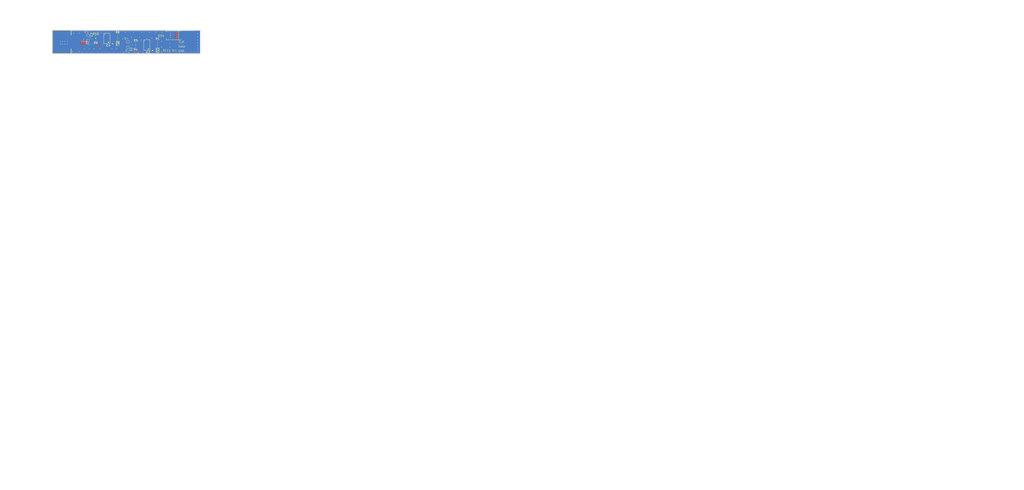
<source format=kicad_pcb>
(kicad_pcb (version 20241229) (generator "pcbnew") (generator_version "9.0")
  (layers (0 "F.Cu" signal) (4 "In1.Cu" power "Ground") (6 "In2.Cu" power "Power") (2 "B.Cu" signal) (13 "F.Paste" user) (15 "B.Paste" user) (5 "F.SilkS" user "F.Silkscreen") (7 "B.SilkS" user "B.Silkscreen") (1 "F.Mask" user) (3 "B.Mask" user) (25 "Edge.Cuts" user))
  (net 0 "")
  (net 1 "/NanoFitData/CLK-")
  (net 2 "/NanoFitData/DATA-")
  (net 3 "GND")
  (net 4 "/NanoFitData/DATA+")
  (net 5 "/NanoFitData/CLK+")
  (net 6 "/NanoFitData/5V")
  (net 9 "Net-(C3-Pad2)")
  (net 10 "Net-(U2-D)")
  (net 11 "/RS485/DOUT")
  (net 12 "Net-(U3-D)")
  (net 13 "/RS486/DOUT")
  (net 14 "Net-(U2-~{RE})")
  (net 15 "Net-(U3-~{RE})")
  (net 16 "Net-(U2-DE)")
  (net 17 "Net-(U3-DE)")
  (net 18 "Net-(C1-Pad2)")
  (footprint "Capacitor_SMD:C_0603_1608Metric" (layer "F.Cu") (at 85.500001 56.5)
    (property "Reference" "C4" (at 2.725 0 0) (layer "F.SilkS"))
    (property "Value" "100nF")
    (fp_line (start -0.14058 -0.51) (end 0.14058 -0.51) (stroke (width 0.12)) (layer "F.SilkS"))
    (fp_line (start -0.14058 0.51) (end 0.14058 0.51) (stroke (width 0.12)) (layer "F.SilkS"))
    (pad "1" smd roundrect (at -0.775 0) (size 0.9 0.95) (layers "F.Cu" "F.Mask" "F.Paste") (net 6 "/NanoFitData/5V"))
    (pad "2" smd roundrect (at 0.775 0) (size 0.9 0.95) (layers "F.Cu" "F.Mask" "F.Paste") (net 3 "GND"))
  )
  (footprint "Connector_Wire:SolderWirePad_1x01_SMD_2x4mm" (layer "F.Cu") (at 127.75 50.75 90)
    (property "Reference" "J1" (hide yes))
    (property "Value" "Conn_01x01_Socket")
    (pad "1" smd roundrect (at 0 0 90) (size 2 4) (layers "F.Cu" "F.Mask") (net 6 "/NanoFitData/5V"))
  )
  (footprint "Resistor_SMD:R_0402_1005Metric" (layer "F.Cu") (at 92.75 53.749999 180)
    (property "Reference" "R7" (at 0 -2.5 0) (layer "F.SilkS"))
    (property "Value" "10k")
    (fp_line (start -0.153641 0.38) (end 0.153641 0.38) (stroke (width 0.12)) (layer "F.SilkS"))
    (fp_line (start -0.153641 -0.38) (end 0.153641 -0.38) (stroke (width 0.12)) (layer "F.SilkS"))
    (pad "1" smd roundrect (at -0.51 0 180) (size 0.54 0.64) (layers "F.Cu" "F.Mask" "F.Paste") (net 3 "GND"))
    (pad "2" smd roundrect (at 0.51 0 180) (size 0.54 0.64) (layers "F.Cu" "F.Mask" "F.Paste") (net 15 "Net-(U3-~{RE})"))
  )
  (footprint "easyeda2kicad:SOIC-8_L4.9-W3.9-P1.27-LS6.0-BL" (layer "F.Cu") (at 107 56.25 90)
    (property "Reference" "U2" (hide yes))
    (property "Value" "THVD2450DR")
    (fp_line (start 2.53 -1.52) (end 2.53 1.52) (stroke (width 0.15)) (layer "F.SilkS"))
    (fp_line (start -2.53 -1.52) (end 2.53 -1.52) (stroke (width 0.15)) (layer "F.SilkS"))
    (fp_line (start 2.53 1.52) (end -2.53 1.52) (stroke (width 0.15)) (layer "F.SilkS"))
    (fp_line (start -2.53 1.52) (end -2.53 -1.52) (stroke (width 0.15)) (layer "F.SilkS"))
    (fp_circle (center -1.91 0.77) (end -1.76 0.77) (stroke (width 0.3)) (fill no) (layer "F.SilkS"))
    (fp_circle (center -2.65 2.77) (end -2.5 2.77) (stroke (width 0.3)) (fill no) (layer "F.SilkS"))
    (pad "1" smd oval (at -1.91 2.77 90) (size 0.59 2.05) (layers "F.Cu" "F.Mask" "F.Paste"))
    (pad "2" smd oval (at -0.63 2.77 90) (size 0.59 2.05) (layers "F.Cu" "F.Mask" "F.Paste") (net 14 "Net-(U2-~{RE})"))
    (pad "3" smd oval (at 0.63 2.77 90) (size 0.59 2.05) (layers "F.Cu" "F.Mask" "F.Paste") (net 16 "Net-(U2-DE)"))
    (pad "4" smd oval (at 1.9 2.77 90) (size 0.59 2.05) (layers "F.Cu" "F.Mask" "F.Paste") (net 10 "Net-(U2-D)"))
    (pad "5" smd oval (at 1.9 -2.77 90) (size 0.59 2.05) (layers "F.Cu" "F.Mask" "F.Paste") (net 3 "GND"))
    (pad "6" smd oval (at 0.63 -2.77 90) (size 0.59 2.05) (layers "F.Cu" "F.Mask" "F.Paste") (net 4 "/NanoFitData/DATA+"))
    (pad "7" smd oval (at -0.63 -2.77 90) (size 0.59 2.05) (layers "F.Cu" "F.Mask" "F.Paste") (net 2 "/NanoFitData/DATA-"))
    (pad "8" smd oval (at -1.91 -2.77 90) (size 0.59 2.05) (layers "F.Cu" "F.Mask" "F.Paste") (net 6 "/NanoFitData/5V"))
  )
  (footprint "Resistor_SMD:R_0402_1005Metric" (layer "F.Cu") (at 112.25 55.75 180)
    (property "Reference" "R3" (at 0 -2.5 0) (layer "F.SilkS"))
    (property "Value" "10k")
    (fp_line (start -0.153641 0.38) (end 0.153641 0.38) (stroke (width 0.12)) (layer "F.SilkS"))
    (fp_line (start -0.153641 -0.38) (end 0.153641 -0.38) (stroke (width 0.12)) (layer "F.SilkS"))
    (pad "1" smd roundrect (at -0.51 0 180) (size 0.54 0.64) (layers "F.Cu" "F.Mask" "F.Paste") (net 3 "GND"))
    (pad "2" smd roundrect (at 0.51 0 180) (size 0.54 0.64) (layers "F.Cu" "F.Mask" "F.Paste") (net 16 "Net-(U2-DE)"))
  )
  (footprint "TestPoint:TestPoint_Pad_D1.0mm" (layer "F.Cu") (at 97.75 54.75)
    (property "Reference" "TP5" (hide yes))
    (property "Value" "TestPoint")
    (fp_circle (center 0 0) (end 0 0.7) (stroke (width 0.12)) (fill no) (layer "F.SilkS"))
    (pad "1" smd circle (at 0 0) (size 1 1) (layers "F.Cu" "F.Mask") (net 4 "/NanoFitData/DATA+"))
  )
  (footprint "TestPoint:TestPoint_Pad_D1.0mm" (layer "F.Cu") (at 78.25 54)
    (property "Reference" "TP8" (hide yes))
    (property "Value" "TestPoint")
    (fp_circle (center 0 0) (end 0 0.7) (stroke (width 0.12)) (fill no) (layer "F.SilkS"))
    (pad "1" smd circle (at 0 0) (size 1 1) (layers "F.Cu" "F.Mask") (net 1 "/NanoFitData/CLK-"))
  )
  (footprint "Connector_Wire:SolderWirePad_1x01_SMD_2x4mm" (layer "F.Cu") (at 127.75 56.25 90)
    (property "Reference" "J2" (hide yes))
    (property "Value" "Conn_01x01_Socket")
    (pad "1" smd roundrect (at 0 0 90) (size 2 4) (layers "F.Cu" "F.Mask") (net 11 "/RS485/DOUT"))
  )
  (footprint "Resistor_SMD:R_0402_1005Metric" (layer "F.Cu") (at 112.24 54.5 180)
    (property "Reference" "R1" (at 0 1.25 0) (layer "F.SilkS"))
    (property "Value" "47")
    (fp_line (start -0.153641 0.38) (end 0.153641 0.38) (stroke (width 0.12)) (layer "F.SilkS"))
    (fp_line (start -0.153641 -0.38) (end 0.153641 -0.38) (stroke (width 0.12)) (layer "F.SilkS"))
    (pad "1" smd roundrect (at -0.51 0 180) (size 0.54 0.64) (layers "F.Cu" "F.Mask" "F.Paste") (net 11 "/RS485/DOUT"))
    (pad "2" smd roundrect (at 0.51 0 180) (size 0.54 0.64) (layers "F.Cu" "F.Mask" "F.Paste") (net 10 "Net-(U2-D)"))
  )
  (footprint "easyeda2kicad:CONN-SMD_1054051106" (layer "F.Cu") (at 69.3775 54.745 -90)
    (property "Reference" "U1" (hide yes))
    (property "Value" "1054051106")
    (fp_line (start -5.71 8.5) (end 5.72 8.5) (stroke (width 0.25)) (layer "F.SilkS"))
    (fp_line (start 5.72 8.5) (end 5.72 -0.64) (stroke (width 0.25)) (layer "F.SilkS"))
    (fp_line (start -5.71 -0.64) (end -5.71 8.5) (stroke (width 0.25)) (layer "F.SilkS"))
    (fp_line (start -3.35 -0.64) (end -5.71 -0.64) (stroke (width 0.25)) (layer "F.SilkS"))
    (fp_line (start 5.72 -0.64) (end 3.35 -0.64) (stroke (width 0.25)) (layer "F.SilkS"))
    (pad "1" smd rect (at 2.8 -4.12 270) (size 1.24 2.5) (layers "F.Cu" "F.Mask" "F.Paste") (net 4 "/NanoFitData/DATA+"))
    (pad "2" smd rect (at 0.3 -4.12 270) (size 1.24 2.5) (layers "F.Cu" "F.Mask" "F.Paste") (net 6 "/NanoFitData/5V"))
    (pad "3" smd rect (at -2.2 -4.12 270) (size 1.24 2.5) (layers "F.Cu" "F.Mask" "F.Paste") (net 5 "/NanoFitData/CLK+"))
    (pad "4" smd rect (at 2.8 -0.82 270) (size 1.24 2.5) (layers "F.Cu" "F.Mask" "F.Paste") (net 2 "/NanoFitData/DATA-"))
    (pad "5" smd rect (at 0.3 -0.82 270) (size 1.24 2.5) (layers "F.Cu" "F.Mask" "F.Paste") (net 3 "GND"))
    (pad "6" smd rect (at -2.2 -0.82 270) (size 1.24 2.5) (layers "F.Cu" "F.Mask" "F.Paste") (net 1 "/NanoFitData/CLK-"))
    (pad "7" smd rect (at 4.77 4.12 270) (size 1.1 8.2) (layers "F.Cu" "F.Mask" "F.Paste") (net 3 "GND"))
    (pad "8" smd rect (at -4.77 4.12 270) (size 1.1 8.2) (layers "F.Cu" "F.Mask" "F.Paste") (net 3 "GND"))
  )
  (footprint "Capacitor_SMD:C_0603_1608Metric" (layer "F.Cu") (at 105 59.75)
    (property "Reference" "C2" (at 2.725 0 0) (layer "F.SilkS"))
    (property "Value" "100nF")
    (fp_line (start -0.14058 -0.51) (end 0.14058 -0.51) (stroke (width 0.12)) (layer "F.SilkS"))
    (fp_line (start -0.14058 0.51) (end 0.14058 0.51) (stroke (width 0.12)) (layer "F.SilkS"))
    (pad "1" smd roundrect (at -0.775 0) (size 0.9 0.95) (layers "F.Cu" "F.Mask" "F.Paste") (net 6 "/NanoFitData/5V"))
    (pad "2" smd roundrect (at 0.775 0) (size 0.9 0.95) (layers "F.Cu" "F.Mask" "F.Paste") (net 3 "GND"))
  )
  (footprint "TestPoint:TestPoint_Pad_D1.0mm" (layer "F.Cu") (at 97.75 57.25)
    (property "Reference" "TP7" (hide yes))
    (property "Value" "TestPoint")
    (fp_circle (center 0 0) (end 0 0.7) (stroke (width 0.12)) (fill no) (layer "F.SilkS"))
    (pad "1" smd circle (at 0 0) (size 1 1) (layers "F.Cu" "F.Mask") (net 2 "/NanoFitData/DATA-"))
  )
  (footprint "easyeda2kicad:CAP-SMD_L7.3-W4.3-FD" (layer "F.Cu") (at 120.25 51.5 180)
    (property "Reference" "C14" (at 6.25 -0.25 0) (layer "F.SilkS"))
    (property "Value" "330uF")
    (fp_line (start 3.73 2.23) (end 3.73 1.5) (stroke (width 0.15)) (layer "F.SilkS"))
    (fp_line (start 3.73 -2.23) (end 3.73 -1.5) (stroke (width 0.15)) (layer "F.SilkS"))
    (fp_line (start -2.2 -2.23) (end -2.2 2.23) (stroke (width 0.15)) (layer "F.SilkS"))
    (fp_line (start -3.73 2.23) (end 3.73 2.23) (stroke (width 0.15)) (layer "F.SilkS"))
    (fp_line (start -3.73 -2.23) (end 3.73 -2.23) (stroke (width 0.15)) (layer "F.SilkS"))
    (pad "1" smd rect (at -3.44 0) (size 2.19 2.59) (layers "F.Cu" "F.Mask" "F.Paste") (net 6 "/NanoFitData/5V"))
    (pad "2" smd rect (at 3.44 0) (size 2.19 2.59) (layers "F.Cu" "F.Mask" "F.Paste") (net 3 "GND"))
  )
  (footprint "Resistor_SMD:R_0603_1608Metric" (layer "F.Cu") (at 82.01 52.250001)
    (property "Reference" "R10" (at 0.074999 -1.5 0) (layer "F.SilkS"))
    (property "Value" "50")
    (fp_line (start -0.237258 -0.5225) (end 0.237258 -0.5225) (stroke (width 0.12)) (layer "F.SilkS"))
    (fp_line (start -0.237258 0.5225) (end 0.237258 0.5225) (stroke (width 0.12)) (layer "F.SilkS"))
    (pad "1" smd roundrect (at -0.825 0) (size 0.8 0.95) (layers "F.Cu" "F.Mask" "F.Paste") (net 9 "Net-(C3-Pad2)"))
    (pad "2" smd roundrect (at 0.825 0) (size 0.8 0.95) (layers "F.Cu" "F.Mask" "F.Paste") (net 5 "/NanoFitData/CLK+"))
  )
  (footprint "easyeda2kicad:SOIC-8_L4.9-W3.9-P1.27-LS6.0-BL" (layer "F.Cu") (at 87.5 53 90)
    (property "Reference" "U3" (hide yes))
    (property "Value" "THVD2450DR")
    (fp_line (start 2.53 -1.52) (end 2.53 1.52) (stroke (width 0.15)) (layer "F.SilkS"))
    (fp_line (start -2.53 -1.52) (end 2.53 -1.52) (stroke (width 0.15)) (layer "F.SilkS"))
    (fp_line (start 2.53 1.52) (end -2.53 1.52) (stroke (width 0.15)) (layer "F.SilkS"))
    (fp_line (start -2.53 1.52) (end -2.53 -1.52) (stroke (width 0.15)) (layer "F.SilkS"))
    (fp_circle (center -1.91 0.77) (end -1.76 0.77) (stroke (width 0.3)) (fill no) (layer "F.SilkS"))
    (fp_circle (center -2.65 2.77) (end -2.5 2.77) (stroke (width 0.3)) (fill no) (layer "F.SilkS"))
    (pad "1" smd oval (at -1.91 2.77 90) (size 0.59 2.05) (layers "F.Cu" "F.Mask" "F.Paste"))
    (pad "2" smd oval (at -0.63 2.77 90) (size 0.59 2.05) (layers "F.Cu" "F.Mask" "F.Paste") (net 15 "Net-(U3-~{RE})"))
    (pad "3" smd oval (at 0.63 2.77 90) (size 0.59 2.05) (layers "F.Cu" "F.Mask" "F.Paste") (net 17 "Net-(U3-DE)"))
    (pad "4" smd oval (at 1.9 2.77 90) (size 0.59 2.05) (layers "F.Cu" "F.Mask" "F.Paste") (net 12 "Net-(U3-D)"))
    (pad "5" smd oval (at 1.9 -2.77 90) (size 0.59 2.05) (layers "F.Cu" "F.Mask" "F.Paste") (net 3 "GND"))
    (pad "6" smd oval (at 0.63 -2.77 90) (size 0.59 2.05) (layers "F.Cu" "F.Mask" "F.Paste") (net 5 "/NanoFitData/CLK+"))
    (pad "7" smd oval (at -0.63 -2.77 90) (size 0.59 2.05) (layers "F.Cu" "F.Mask" "F.Paste") (net 1 "/NanoFitData/CLK-"))
    (pad "8" smd oval (at -1.91 -2.77 90) (size 0.59 2.05) (layers "F.Cu" "F.Mask" "F.Paste") (net 6 "/NanoFitData/5V"))
  )
  (footprint "Resistor_SMD:R_0603_1608Metric" (layer "F.Cu") (at 82 53.75 180)
    (property "Reference" "R9" (at 0 -1.5 0) (layer "F.SilkS"))
    (property "Value" "50")
    (fp_line (start -0.237258 0.5225) (end 0.237258 0.5225) (stroke (width 0.12)) (layer "F.SilkS"))
    (fp_line (start -0.237258 -0.5225) (end 0.237258 -0.5225) (stroke (width 0.12)) (layer "F.SilkS"))
    (pad "1" smd roundrect (at -0.825 0 180) (size 0.8 0.95) (layers "F.Cu" "F.Mask" "F.Paste") (net 1 "/NanoFitData/CLK-"))
    (pad "2" smd roundrect (at 0.825 0 180) (size 0.8 0.95) (layers "F.Cu" "F.Mask" "F.Paste") (net 9 "Net-(C3-Pad2)"))
  )
  (footprint "Resistor_SMD:R_0603_1608Metric" (layer "F.Cu") (at 101.51 55.5)
    (property "Reference" "R5" (at 0.075 -1.5 0) (layer "F.SilkS"))
    (property "Value" "50")
    (fp_line (start -0.237258 -0.5225) (end 0.237258 -0.5225) (stroke (width 0.12)) (layer "F.SilkS"))
    (fp_line (start -0.237258 0.5225) (end 0.237258 0.5225) (stroke (width 0.12)) (layer "F.SilkS"))
    (pad "1" smd roundrect (at -0.825 0) (size 0.8 0.95) (layers "F.Cu" "F.Mask" "F.Paste") (net 18 "Net-(C1-Pad2)"))
    (pad "2" smd roundrect (at 0.825 0) (size 0.8 0.95) (layers "F.Cu" "F.Mask" "F.Paste") (net 4 "/NanoFitData/DATA+"))
  )
  (footprint "Resistor_SMD:R_0402_1005Metric" (layer "F.Cu") (at 92.74 51.25 180)
    (property "Reference" "R6" (at 0 1.25 0) (layer "F.SilkS"))
    (property "Value" "47")
    (fp_line (start -0.153641 0.38) (end 0.153641 0.38) (stroke (width 0.12)) (layer "F.SilkS"))
    (fp_line (start -0.153641 -0.38) (end 0.153641 -0.38) (stroke (width 0.12)) (layer "F.SilkS"))
    (pad "1" smd roundrect (at -0.51 0 180) (size 0.54 0.64) (layers "F.Cu" "F.Mask" "F.Paste") (net 13 "/RS486/DOUT"))
    (pad "2" smd roundrect (at 0.51 0 180) (size 0.54 0.64) (layers "F.Cu" "F.Mask" "F.Paste") (net 12 "Net-(U3-D)"))
  )
  (footprint "Resistor_SMD:R_0402_1005Metric" (layer "F.Cu") (at 112.25 57 180)
    (property "Reference" "R2" (at 0 -2.5 0) (layer "F.SilkS"))
    (property "Value" "10k")
    (fp_line (start -0.153641 0.38) (end 0.153641 0.38) (stroke (width 0.12)) (layer "F.SilkS"))
    (fp_line (start -0.153641 -0.38) (end 0.153641 -0.38) (stroke (width 0.12)) (layer "F.SilkS"))
    (pad "1" smd roundrect (at -0.51 0 180) (size 0.54 0.64) (layers "F.Cu" "F.Mask" "F.Paste") (net 3 "GND"))
    (pad "2" smd roundrect (at 0.51 0 180) (size 0.54 0.64) (layers "F.Cu" "F.Mask" "F.Paste") (net 14 "Net-(U2-~{RE})"))
  )
  (footprint "TestPoint:TestPoint_Pad_D1.0mm" (layer "F.Cu") (at 78.25 51.500001)
    (property "Reference" "TP6" (hide yes))
    (property "Value" "TestPoint")
    (fp_circle (center 0 0) (end 0 0.7) (stroke (width 0.12)) (fill no) (layer "F.SilkS"))
    (pad "1" smd circle (at 0 0) (size 1 1) (layers "F.Cu" "F.Mask") (net 5 "/NanoFitData/CLK+"))
  )
  (footprint "Connector_Wire:SolderWirePad_1x01_SMD_2x4mm" (layer "F.Cu") (at 127.75 59 90)
    (property "Reference" "J4" (hide yes))
    (property "Value" "Conn_01x01_Socket")
    (pad "1" smd roundrect (at 0 0 90) (size 2 4) (layers "F.Cu" "F.Mask") (net 3 "GND"))
  )
  (footprint "Resistor_SMD:R_0603_1608Metric" (layer "F.Cu") (at 101.5 57 180)
    (property "Reference" "R4" (at 0 -1.5 0) (layer "F.SilkS"))
    (property "Value" "50")
    (fp_line (start -0.237258 0.5225) (end 0.237258 0.5225) (stroke (width 0.12)) (layer "F.SilkS"))
    (fp_line (start -0.237258 -0.5225) (end 0.237258 -0.5225) (stroke (width 0.12)) (layer "F.SilkS"))
    (pad "1" smd roundrect (at -0.825 0 180) (size 0.8 0.95) (layers "F.Cu" "F.Mask" "F.Paste") (net 2 "/NanoFitData/DATA-"))
    (pad "2" smd roundrect (at 0.825 0 180) (size 0.8 0.95) (layers "F.Cu" "F.Mask" "F.Paste") (net 18 "Net-(C1-Pad2)"))
  )
  (footprint "Capacitor_SMD:C_0402_1005Metric" (layer "F.Cu") (at 80 53.25 -90)
    (property "Reference" "C3" (at -2 0 90) (layer "F.SilkS"))
    (property "Value" "4.7nF")
    (fp_line (start -0.107836 0.36) (end 0.107836 0.36) (stroke (width 0.12)) (layer "F.SilkS"))
    (fp_line (start -0.107836 -0.36) (end 0.107836 -0.36) (stroke (width 0.12)) (layer "F.SilkS"))
    (pad "1" smd roundrect (at -0.48 0 270) (size 0.56 0.62) (layers "F.Cu" "F.Mask" "F.Paste") (net 3 "GND"))
    (pad "2" smd roundrect (at 0.48 0 270) (size 0.56 0.62) (layers "F.Cu" "F.Mask" "F.Paste") (net 9 "Net-(C3-Pad2)"))
  )
  (footprint "Connector_Wire:SolderWirePad_1x01_SMD_2x4mm" (layer "F.Cu") (at 127.75 53.5 90)
    (property "Reference" "J3" (hide yes))
    (property "Value" "Conn_01x01_Socket")
    (pad "1" smd roundrect (at 0 0 90) (size 2 4) (layers "F.Cu" "F.Mask") (net 13 "/RS486/DOUT"))
  )
  (footprint "Resistor_SMD:R_0402_1005Metric" (layer "F.Cu") (at 92.75 52.5 180)
    (property "Reference" "R8" (at 0 -2.5 0) (layer "F.SilkS"))
    (property "Value" "10k")
    (fp_line (start -0.153641 0.38) (end 0.153641 0.38) (stroke (width 0.12)) (layer "F.SilkS"))
    (fp_line (start -0.153641 -0.38) (end 0.153641 -0.38) (stroke (width 0.12)) (layer "F.SilkS"))
    (pad "1" smd roundrect (at -0.51 0 180) (size 0.54 0.64) (layers "F.Cu" "F.Mask" "F.Paste") (net 3 "GND"))
    (pad "2" smd roundrect (at 0.51 0 180) (size 0.54 0.64) (layers "F.Cu" "F.Mask" "F.Paste") (net 17 "Net-(U3-DE)"))
  )
  (footprint "Capacitor_SMD:C_0402_1005Metric" (layer "F.Cu") (at 99.5 56.25 -90)
    (property "Reference" "C1" (at 2 0.25 90) (layer "F.SilkS"))
    (property "Value" "4.7nF")
    (fp_line (start -0.107836 0.36) (end 0.107836 0.36) (stroke (width 0.12)) (layer "F.SilkS"))
    (fp_line (start -0.107836 -0.36) (end 0.107836 -0.36) (stroke (width 0.12)) (layer "F.SilkS"))
    (pad "1" smd roundrect (at -0.48 0 270) (size 0.56 0.62) (layers "F.Cu" "F.Mask" "F.Paste") (net 3 "GND"))
    (pad "2" smd roundrect (at 0.48 0 270) (size 0.56 0.62) (layers "F.Cu" "F.Mask" "F.Paste") (net 18 "Net-(C1-Pad2)"))
  )
  (gr_rect (start 60.5 48.75) (end 133.5 60.75) (fill no) (layer "Edge.Cuts"))
  (gr_text "RECV 0.1" (at 114.75 59.5 0) (layer "F.SilkS") (effects (font (size 1 1) (thickness 0.1)) (justify left bottom)))
  (gr_text "GND" (at 122.25 59.75 0) (layer "F.SilkS") (effects (font (size 1 1) (thickness 0.1)) (justify left bottom)))
  (gr_text "CLK" (at 122.45 55.25 0) (layer "F.SilkS") (effects (font (size 1 1) (thickness 0.1)) (justify left bottom)))
  (gr_text "D-" (at 96.5 59.5 0) (layer "F.SilkS") (effects (font (size 1 1) (thickness 0.1)) (justify left bottom)))
  (gr_text "C+" (at 76.5 50.5 0) (layer "F.SilkS") (effects (font (size 1 1) (thickness 0.1)) (justify left bottom)))
  (gr_text "D+" (at 96 53.75 0) (layer "F.SilkS") (effects (font (size 1 1) (thickness 0.1)) (justify left bottom)))
  (gr_text "Data" (at 122.25 57.5 0) (layer "F.SilkS") (effects (font (size 1 1) (thickness 0.1)) (justify left bottom)))
  (gr_text "C-" (at 78 56.25 0) (layer "F.SilkS") (effects (font (size 1 1) (thickness 0.1)) (justify left bottom)))
  (segment (start 78.5 53.53027) (end 78.32027 53.53027) (width 0.22) (layer "F.Cu") (net 1))
  (segment (start 81.325 55.25) (end 80.21973 55.25) (width 0.22) (layer "F.Cu") (net 1))
  (segment (start 78.25 54) (end 71.6525 54) (width 0.22) (layer "F.Cu") (net 1))
  (segment (start 78.5 53.53027) (end 78.5 53.5) (width 0.22) (layer "F.Cu") (net 1))
  (segment (start 84.73 53.63) (end 82.945 53.63) (width 0.22) (layer "F.Cu") (net 1))
  (segment (start 71.6525 54) (end 70.1975 52.545) (width 0.22) (layer "F.Cu") (net 1))
  (segment (start 80.21973 55.25) (end 78.71973 53.75) (width 0.22) (layer "F.Cu") (net 1))
  (segment (start 82.825 53.75) (end 81.325 55.25) (width 0.22) (layer "F.Cu") (net 1))
  (segment (start 82.945 53.63) (end 82.825 53.75) (width 0.22) (layer "F.Cu") (net 1))
  (segment (start 97.5 56.25) (end 98 56.75) (width 0.22) (layer "F.Cu") (net 2))
  (segment (start 74.329014 58.376) (end 75.413014 59.46) (width 0.22) (layer "F.Cu") (net 2))
  (segment (start 102.445 56.88) (end 102.325 57) (width 0.22) (layer "F.Cu") (net 2))
  (segment (start 72.0365 57.965) (end 72.0365 58.376) (width 0.22) (layer "F.Cu") (net 2))
  (segment (start 98 56.78027) (end 98 56.75) (width 0.22) (layer "F.Cu") (net 2))
  (segment (start 104.23 56.88) (end 102.445 56.88) (width 0.22) (layer "F.Cu") (net 2))
  (segment (start 72.0365 58.376) (end 74.329014 58.376) (width 0.22) (layer "F.Cu") (net 2))
  (segment (start 98.21973 57) (end 98 56.78027) (width 0.22) (layer "F.Cu") (net 2))
  (segment (start 96.629999 56.196946) (end 97.196946 56.196946) (width 0.22) (layer "F.Cu") (net 2))
  (segment (start 97.196946 56.196946) (end 97.25 56.25) (width 0.22) (layer "F.Cu") (net 2))
  (segment (start 98 56.78027) (end 97.82027 56.78027) (width 0.22) (layer "F.Cu") (net 2))
  (segment (start 102.325 57) (end 100.825 58.5) (width 0.22) (layer "F.Cu") (net 2))
  (segment (start 93.366945 59.46) (end 96.629999 56.196946) (width 0.22) (layer "F.Cu") (net 2))
  (segment (start 70.6175 57.965) (end 72.0365 57.965) (width 0.22) (layer "F.Cu") (net 2))
  (segment (start 70.1975 57.545) (end 70.6175 57.965) (width 0.22) (layer "F.Cu") (net 2))
  (segment (start 97.25 56.25) (end 97.5 56.25) (width 0.22) (layer "F.Cu") (net 2))
  (segment (start 100.825 58.5) (end 99.71973 58.5) (width 0.22) (layer "F.Cu") (net 2))
  (segment (start 75.413014 59.46) (end 93.366945 59.46) (width 0.22) (layer "F.Cu") (net 2))
  (segment (start 99.71973 58.5) (end 98.21973 57) (width 0.22) (layer "F.Cu") (net 2))
  (via (at 106.75 59.75) (size 0.45) (drill 0.3) (layers "F.Cu" "B.Cu") (net 3))
  (via (at 104.25 53.75) (size 0.45) (drill 0.3) (layers "F.Cu" "B.Cu") (net 3))
  (via (at 131.75 52.25) (size 0.45) (drill 0.3) (layers "F.Cu" "B.Cu") (net 3))
  (via (at 104.5 50) (size 0.45) (drill 0.3) (layers "F.Cu" "B.Cu") (net 3))
  (via (at 131.75 56.5) (size 0.45) (drill 0.3) (layers "F.Cu" "B.Cu") (net 3))
  (via (at 118.5 52.5) (size 0.45) (drill 0.3) (layers "F.Cu" "B.Cu") (net 3))
  (via (at 118.25 55.5) (size 0.45) (drill 0.3) (layers "F.Cu" "B.Cu") (net 3))
  (via (at 118.25 57.25) (size 0.45) (drill 0.3) (layers "F.Cu" "B.Cu") (net 3))
  (via (at 103.5 52.5) (size 0.45) (drill 0.3) (layers "F.Cu" "B.Cu") (net 3))
  (via (at 64.75 54.5) (size 0.45) (drill 0.3) (layers "F.Cu" "B.Cu") (net 3))
  (via (at 64.75 55.75) (size 0.45) (drill 0.3) (layers "F.Cu" "B.Cu") (net 3))
  (via (at 124.5 55) (size 0.45) (drill 0.3) (layers "F.Cu" "B.Cu") (net 3))
  (via (at 68.25 55.75) (size 0.45) (drill 0.3) (layers "F.Cu" "B.Cu") (net 3))
  (via (at 67 54.5) (size 0.45) (drill 0.3) (layers "F.Cu" "B.Cu") (net 3))
  (via (at 90 58) (size 0.45) (drill 0.3) (layers "F.Cu" "B.Cu") (net 3))
  (via (at 79 58) (size 0.45) (drill 0.3) (layers "F.Cu" "B.Cu") (net 3))
  (via (at 131.75 50.75) (size 0.45) (drill 0.3) (layers "F.Cu" "B.Cu") (net 3))
  (via (at 76.25 53.25) (size 0.45) (drill 0.3) (layers "F.Cu" "B.Cu") (net 3))
  (via (at 84 58) (size 0.45) (drill 0.3) (layers "F.Cu" "B.Cu") (net 3))
  (via (at 82 53) (size 0.45) (drill 0.3) (layers "F.Cu" "B.Cu") (net 3))
  (via (at 98.25 59.75) (size 0.45) (drill 0.3) (layers "F.Cu" "B.Cu") (net 3))
  (via (at 114.25 54.5) (size 0.45) (drill 0.3) (layers "F.Cu" "B.Cu") (net 3))
  (via (at 118.25 59.5) (size 0.45) (drill 0.3) (layers "F.Cu" "B.Cu") (net 3))
  (via (at 131.75 53.75) (size 0.45) (drill 0.3) (layers "F.Cu" "B.Cu") (net 3))
  (via (at 71.25 50.5) (size 0.45) (drill 0.3) (layers "F.Cu" "B.Cu") (net 3))
  (via (at 100.25 58) (size 0.45) (drill 0.3) (layers "F.Cu" "B.Cu") (net 3))
  (via (at 92.25 58) (size 0.45) (drill 0.3) (layers "F.Cu" "B.Cu") (net 3))
  (via (at 99.5 52.5) (size 0.45) (drill 0.3) (layers "F.Cu" "B.Cu") (net 3))
  (via (at 76.5 58) (size 0.45) (drill 0.3) (layers "F.Cu" "B.Cu") (net 3))
  (via (at 95.25 53.25) (size 0.45) (drill 0.3) (layers "F.Cu" "B.Cu") (net 3))
  (via (at 131.75 59.25) (size 0.45) (drill 0.3) (layers "F.Cu" "B.Cu") (net 3))
  (via (at 101 59.75) (size 0.45) (drill 0.3) (layers "F.Cu" "B.Cu") (net 3))
  (via (at 102.75 54.25) (size 0.45) (drill 0.3) (layers "F.Cu" "B.Cu") (net 3))
  (via (at 99.5 54.75) (size 0.45) (drill 0.3) (layers "F.Cu" "B.Cu") (net 3))
  (via (at 114.5 50) (size 0.45) (drill 0.3) (layers "F.Cu" "B.Cu") (net 3))
  (via (at 109.5 53) (size 0.45) (drill 0.3) (layers "F.Cu" "B.Cu") (net 3))
  (via (at 74 59.5) (size 0.45) (drill 0.3) (layers "F.Cu" "B.Cu") (net 3))
  (via (at 124.5 59) (size 0.45) (drill 0.3) (layers "F.Cu" "B.Cu") (net 3))
  (via (at 118.5 51.5) (size 0.45) (drill 0.3) (layers "F.Cu" "B.Cu") (net 3))
  (via (at 95.75 59.75) (size 0.45) (drill 0.3) (layers "F.Cu" "B.Cu") (net 3))
  (via (at 96.5 50) (size 0.45) (drill 0.3) (layers "F.Cu" "B.Cu") (net 3))
  (via (at 108.25 50) (size 0.45) (drill 0.3) (layers "F.Cu" "B.Cu") (net 3))
  (via (at 83.25 51) (size 0.45) (drill 0.3) (layers "F.Cu" "B.Cu") (net 3))
  (via (at 114.25 57.25) (size 0.45) (drill 0.3) (layers "F.Cu" "B.Cu") (net 3))
  (via (at 107 53) (size 0.45) (drill 0.3) (layers "F.Cu" "B.Cu") (net 3))
  (via (at 74 50.5) (size 0.45) (drill 0.3) (layers "F.Cu" "B.Cu") (net 3))
  (via (at 67 55.75) (size 0.45) (drill 0.3) (layers "F.Cu" "B.Cu") (net 3))
  (via (at 87.25 56.5) (size 0.45) (drill 0.3) (layers "F.Cu" "B.Cu") (net 3))
  (via (at 131.75 55.25) (size 0.45) (drill 0.3) (layers "F.Cu" "B.Cu") (net 3))
  (via (at 100.5 50) (size 0.45) (drill 0.3) (layers "F.Cu" "B.Cu") (net 3))
  (via (at 118.5 50.5) (size 0.45) (drill 0.3) (layers "F.Cu" "B.Cu") (net 3))
  (via (at 105.75 54.25) (size 0.45) (drill 0.3) (layers "F.Cu" "B.Cu") (net 3))
  (via (at 81.25 58) (size 0.45) (drill 0.3) (layers "F.Cu" "B.Cu") (net 3))
  (via (at 70.75 59.5) (size 0.45) (drill 0.3) (layers "F.Cu" "B.Cu") (net 3))
  (via (at 114.25 59.5) (size 0.45) (drill 0.3) (layers "F.Cu" "B.Cu") (net 3))
  (via (at 68.25 54.5) (size 0.45) (drill 0.3) (layers "F.Cu" "B.Cu") (net 3))
  (via (at 111.5 50) (size 0.45) (drill 0.3) (layers "F.Cu" "B.Cu") (net 3))
  (via (at 131.75 57.75) (size 0.45) (drill 0.3) (layers "F.Cu" "B.Cu") (net 3))
  (via (at 79.25 52.5) (size 0.45) (drill 0.3) (layers "F.Cu" "B.Cu") (net 3))
  (via (at 86.5 51) (size 0.45) (drill 0.3) (layers "F.Cu" "B.Cu") (net 3))
  (via (at 84.75 50.5) (size 0.45) (drill 0.3) (layers "F.Cu" "B.Cu") (net 3))
  (via (at 65.75 54.5) (size 0.45) (drill 0.3) (layers "F.Cu" "B.Cu") (net 3))
  (via (at 65.75 55.75) (size 0.45) (drill 0.3) (layers "F.Cu" "B.Cu") (net 3))
  (via (at 124.5 57.25) (size 0.45) (drill 0.3) (layers "F.Cu" "B.Cu") (net 3))
  (segment (start 85.589329 59.04) (end 84.761124 59.04) (width 0.22) (layer "F.Cu") (net 4))
  (segment (start 102.455 55.62) (end 102.335 55.5) (width 0.22) (layer "F.Cu") (net 4))
  (segment (start 97 55.54) (end 96.692973 55.54) (width 0.22) (layer "F.Cu") (net 4))
  (segment (start 96.692973 55.54) (end 93.192973 59.04) (width 0.22) (layer "F.Cu") (net 4))
  (segment (start 87.749329 58.8) (end 87.749329 58.28) (width 0.22) (layer "F.Cu") (net 4))
  (segment (start 86.549329 58.8) (end 86.549329 58.28) (width 0.22) (layer "F.Cu") (net 4))
  (segment (start 84.761124 59.04) (end 75.586986 59.04) (width 0.22) (layer "F.Cu") (net 4))
  (segment (start 93.192973 59.04) (end 87.989329 59.04) (width 0.22) (layer "F.Cu") (net 4))
  (segment (start 104.23 55.62) (end 102.455 55.62) (width 0.22) (layer "F.Cu") (net 4))
  (segment (start 98.75 54.75) (end 97.79 54.75) (width 0.22) (layer "F.Cu") (net 4))
  (segment (start 87.149329 58.28) (end 87.149329 58.8) (width 0.22) (layer "F.Cu") (net 4))
  (segment (start 86.309329 58.04) (end 86.189329 58.04) (width 0.22) (layer "F.Cu") (net 4))
  (segment (start 99.5 54) (end 98.75 54.75) (width 0.22) (layer "F.Cu") (net 4))
  (segment (start 75.586986 59.04) (end 74.091986 57.545) (width 0.22) (layer "F.Cu") (net 4))
  (segment (start 100.835 54) (end 99.5 54) (width 0.22) (layer "F.Cu") (net 4))
  (segment (start 85.709329 59.04) (end 85.589329 59.04) (width 0.22) (layer "F.Cu") (net 4))
  (segment (start 86.909329 59.04) (end 86.789329 59.04) (width 0.22) (layer "F.Cu") (net 4))
  (segment (start 97.79 54.75) (end 97 55.54) (width 0.22) (layer "F.Cu") (net 4))
  (segment (start 85.949329 58.28) (end 85.949329 58.8) (width 0.22) (layer "F.Cu") (net 4))
  (segment (start 102.335 55.5) (end 100.835 54) (width 0.22) (layer "F.Cu") (net 4))
  (segment (start 87.509329 58.04) (end 87.389329 58.04) (width 0.22) (layer "F.Cu") (net 4))
  (segment (start 74.091986 57.545) (end 73.4975 57.545) (width 0.22) (layer "F.Cu") (net 4))
  (arc (start 86.549329 58.28) (mid 86.479035 58.110294) (end 86.309329 58.04) (width 0.22) (layer "F.Cu") (net 4))
  (arc (start 86.189329 58.04) (mid 86.019623 58.110294) (end 85.949329 58.28) (width 0.22) (layer "F.Cu") (net 4))
  (arc (start 87.749329 58.28) (mid 87.679035 58.110294) (end 87.509329 58.04) (width 0.22) (layer "F.Cu") (net 4))
  (arc (start 87.389329 58.04) (mid 87.219623 58.110294) (end 87.149329 58.28) (width 0.22) (layer "F.Cu") (net 4))
  (arc (start 87.149329 58.8) (mid 87.079035 58.969706) (end 86.909329 59.04) (width 0.22) (layer "F.Cu") (net 4))
  (arc (start 87.989329 59.04) (mid 87.819623 58.969706) (end 87.749329 58.8) (width 0.22) (layer "F.Cu") (net 4))
  (arc (start 86.789329 59.04) (mid 86.619623 58.969706) (end 86.549329 58.8) (width 0.22) (layer "F.Cu") (net 4))
  (arc (start 85.949329 58.8) (mid 85.879035 58.969706) (end 85.709329 59.04) (width 0.22) (layer "F.Cu") (net 4))
  (segment (start 76.023264 52.545) (end 76.708088 52.545) (width 0.22) (layer "F.Cu") (net 5))
  (segment (start 74.463264 52.785) (end 74.463264 53.305) (width 0.22) (layer "F.Cu") (net 5))
  (segment (start 77.205001 52.545) (end 78.25 51.500001) (width 0.22) (layer "F.Cu") (net 5))
  (segment (start 75.663264 51.785) (end 75.663264 52.305) (width 0.22) (layer "F.Cu") (net 5))
  (segment (start 76.708088 52.545) (end 77.205001 52.545) (width 0.22) (layer "F.Cu") (net 5))
  (segment (start 75.063264 52.305) (end 75.063264 51.785) (width 0.22) (layer "F.Cu") (net 5))
  (segment (start 75.063264 53.305) (end 75.063264 52.785) (width 0.22) (layer "F.Cu") (net 5))
  (segment (start 74.703264 53.545) (end 74.823264 53.545) (width 0.22) (layer "F.Cu") (net 5))
  (segment (start 79.25 51.5) (end 78.29 51.5) (width 0.22) (layer "F.Cu") (net 5))
  (segment (start 78.29 51.5) (end 77.5 52.29) (width 0.22) (layer "F.Cu") (net 5))
  (segment (start 81.335 50.75) (end 80 50.75) (width 0.22) (layer "F.Cu") (net 5))
  (segment (start 82.835 52.25) (end 81.335 50.75) (width 0.22) (layer "F.Cu") (net 5))
  (segment (start 75.063264 52.785) (end 75.063264 52.305) (width 0.22) (layer "F.Cu") (net 5))
  (segment (start 73.4975 52.545) (end 74.223264 52.545) (width 0.22) (layer "F.Cu") (net 5))
  (segment (start 84.73 52.37) (end 82.955 52.37) (width 0.22) (layer "F.Cu") (net 5))
  (segment (start 75.303264 51.545) (end 75.423264 51.545) (width 0.22) (layer "F.Cu") (net 5))
  (segment (start 80 50.75) (end 79.25 51.5) (width 0.22) (layer "F.Cu") (net 5))
  (segment (start 75.903264 52.545) (end 76.023264 52.545) (width 0.22) (layer "F.Cu") (net 5))
  (segment (start 82.955 52.37) (end 82.835 52.25) (width 0.22) (layer "F.Cu") (net 5))
  (arc (start 75.063264 51.785) (mid 75.133558 51.615294) (end 75.303264 51.545) (width 0.22) (layer "F.Cu") (net 5))
  (arc (start 75.663264 52.305) (mid 75.733558 52.474706) (end 75.903264 52.545) (width 0.22) (layer "F.Cu") (net 5))
  (arc (start 74.463264 53.305) (mid 74.533558 53.474706) (end 74.703264 53.545) (width 0.22) (layer "F.Cu") (net 5))
  (arc (start 74.823264 53.545) (mid 74.99297 53.474706) (end 75.063264 53.305) (width 0.22) (layer "F.Cu") (net 5))
  (arc (start 74.223264 52.545) (mid 74.39297 52.615294) (end 74.463264 52.785) (width 0.22) (layer "F.Cu") (net 5))
  (arc (start 75.423264 51.545) (mid 75.59297 51.615294) (end 75.663264 51.785) (width 0.22) (layer "F.Cu") (net 5))
  (segment (start 84.725001 56.5) (end 83.5 56.5) (width 1) (layer "F.Cu") (net 6))
  (segment (start 83.5 56.5) (end 83.25 56.5) (width 1) (layer "F.Cu") (net 6))
  (segment (start 104.225 58.165) (end 104.23 58.16) (width 0.2) (layer "F.Cu") (net 6))
  (segment (start 84.725001 54.914999) (end 84.73 54.91) (width 0.2) (layer "F.Cu") (net 6))
  (segment (start 84.725001 56.5) (end 84.725001 54.914999) (width 1) (layer "F.Cu") (net 6))
  (segment (start 104.225 59.75) (end 104.225 58.165) (width 1) (layer "F.Cu") (net 6))
  (segment (start 104.225 59.75) (end 103 59.75) (width 1) (layer "F.Cu") (net 6))
  (via (at 121.5 53.25) (size 0.45) (drill 0.3) (layers "F.Cu" "B.Cu") (net 6))
  (via (at 121.5 51) (size 0.45) (drill 0.3) (layers "F.Cu" "B.Cu") (net 6))
  (via (at 121.5 52.5) (size 0.45) (drill 0.3) (layers "F.Cu" "B.Cu") (net 6))
  (via (at 121.5 50.25) (size 0.45) (drill 0.3) (layers "F.Cu" "B.Cu") (net 6))
  (via (at 75.25 55.5) (size 0.45) (drill 0.3) (layers "F.Cu" "B.Cu") (net 6))
  (via (at 77.25 55.5) (size 0.45) (drill 0.3) (layers "F.Cu" "B.Cu") (net 6))
  (via (at 77.25 54.75) (size 0.45) (drill 0.3) (layers "F.Cu" "B.Cu") (net 6))
  (via (at 121.5 51.75) (size 0.45) (drill 0.3) (layers "F.Cu" "B.Cu") (net 6))
  (via (at 83.5 56.5) (size 0.45) (drill 0.3) (layers "F.Cu" "B.Cu") (net 6))
  (via (at 103 59.75) (size 0.45) (drill 0.3) (layers "F.Cu" "B.Cu") (net 6))
  (via (at 76.25 55.5) (size 0.45) (drill 0.3) (layers "F.Cu" "B.Cu") (net 6))
  (via (at 76.25 54.75) (size 0.45) (drill 0.3) (layers "F.Cu" "B.Cu") (net 6))
  (via (at 75.25 54.75) (size 0.45) (drill 0.3) (layers "F.Cu" "B.Cu") (net 6))
  (segment (start 111.58 54.35) (end 111.73 54.5) (width 0.2) (layer "F.Cu") (net 10))
  (segment (start 109.77 54.35) (end 111.58 54.35) (width 0.2) (layer "F.Cu") (net 10))
  (segment (start 112.75 54.5) (end 114.5 56.25) (width 0.2) (layer "F.Cu") (net 11))
  (segment (start 114.5 56.25) (end 127.75 56.25) (width 0.2) (layer "F.Cu") (net 11))
  (segment (start 90.27 51.1) (end 92.08 51.1) (width 0.2) (layer "F.Cu") (net 12))
  (segment (start 92.08 51.1) (end 92.23 51.25) (width 0.2) (layer "F.Cu") (net 12))
  (segment (start 124 53.5) (end 127.75 53.5) (width 0.2) (layer "F.Cu") (net 13))
  (segment (start 111 52.75) (end 114.25 52.75) (width 0.2) (layer "F.Cu") (net 13))
  (segment (start 116.25 54.75) (end 122.75 54.75) (width 0.2) (layer "F.Cu") (net 13))
  (segment (start 122.75 54.75) (end 124 53.5) (width 0.2) (layer "F.Cu") (net 13))
  (segment (start 109.5 51.25) (end 111 52.75) (width 0.2) (layer "F.Cu") (net 13))
  (segment (start 93.25 51.25) (end 109.5 51.25) (width 0.2) (layer "F.Cu") (net 13))
  (segment (start 114.25 52.75) (end 116.25 54.75) (width 0.2) (layer "F.Cu") (net 13))
  (segment (start 127.75 53.5) (end 127 52.75) (width 0.2) (layer "F.Cu") (net 13))
  (segment (start 109.77 56.88) (end 111.62 56.88) (width 0.2) (layer "F.Cu") (net 14))
  (segment (start 111.62 56.88) (end 111.74 57) (width 0.2) (layer "F.Cu") (net 14))
  (segment (start 90.27 53.63) (end 92.12 53.63) (width 0.2) (layer "F.Cu") (net 15))
  (segment (start 92.12 53.63) (end 92.24 53.75) (width 0.2) (layer "F.Cu") (net 15))
  (segment (start 109.77 55.62) (end 111.61 55.62) (width 0.2) (layer "F.Cu") (net 16))
  (segment (start 111.61 55.62) (end 111.74 55.75) (width 0.2) (layer "F.Cu") (net 16))
  (segment (start 90.27 52.37) (end 92.11 52.37) (width 0.2) (layer "F.Cu") (net 17))
  (segment (start 92.11 52.37) (end 92.24 52.5) (width 0.2) (layer "F.Cu") (net 17))
  (zone (net 6) (net_name "/NanoFitData/5V") (layer "F.Cu") (priority 3) (connect_pads yes (clearance 0.3)) (min_thickness 0.25) (fill yes (thermal_gap 0.5) (thermal_bridge_width 0.5))
    (polygon (pts (xy 72.25 54.25) (xy 72.25 56) (xy 77.5 56) (xy 77.5 54.25)))
  )
  (zone (net 9) (net_name "Net-(C3-Pad2)") (layer "F.Cu") (priority 4) (connect_pads yes (clearance 0.3)) (min_thickness 0.25) (fill yes (thermal_gap 0.5) (thermal_bridge_width 0.5))
    (polygon (pts (xy 79.5 53.25) (xy 79.5 54.25) (xy 81.75 54.25) (xy 81.75 51.5) (xy 80.5 51.5) (xy 80.5 53.25)))
  )
  (zone (net 6) (net_name "/NanoFitData/5V") (layer "F.Cu") (priority 10) (connect_pads yes (clearance 0.3)) (min_thickness 0.25) (fill yes (thermal_gap 0.5) (thermal_bridge_width 0.5))
    (polygon (pts (xy 130.25 49.5) (xy 120.75 49.5) (xy 120.75 53.75) (xy 123 53.75) (xy 123.75 53) (xy 125.5 53) (xy 125.5 52) (xy 130.25 52)))
  )
  (zone (net 18) (net_name "Net-(C1-Pad2)") (layer "F.Cu") (priority 2) (connect_pads yes (clearance 0.3)) (min_thickness 0.25) (fill yes (thermal_gap 0.5) (thermal_bridge_width 0.5))
    (polygon (pts (xy 99 56.25) (xy 99.5 57.75) (xy 101.25 57.75) (xy 101.25 54.75) (xy 100 54.75) (xy 100 56.25)))
  )
  (zone (net 3) (net_name "GND") (layers "F.Cu" "B.Cu" "In1.Cu") (priority 1) (connect_pads yes (clearance 0.3)) (min_thickness 0.25) (fill yes (thermal_gap 0.5) (thermal_bridge_width 0.5))
    (polygon (pts (xy 60.75 60.75) (xy 61 48.75) (xy 133.5 48.75) (xy 133.25 60.75)))
  )
)
</source>
